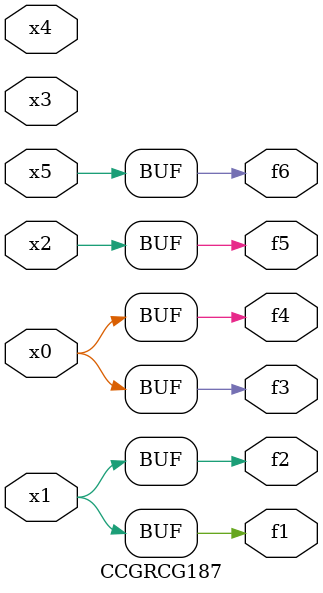
<source format=v>
module CCGRCG187(
	input x0, x1, x2, x3, x4, x5,
	output f1, f2, f3, f4, f5, f6
);
	assign f1 = x1;
	assign f2 = x1;
	assign f3 = x0;
	assign f4 = x0;
	assign f5 = x2;
	assign f6 = x5;
endmodule

</source>
